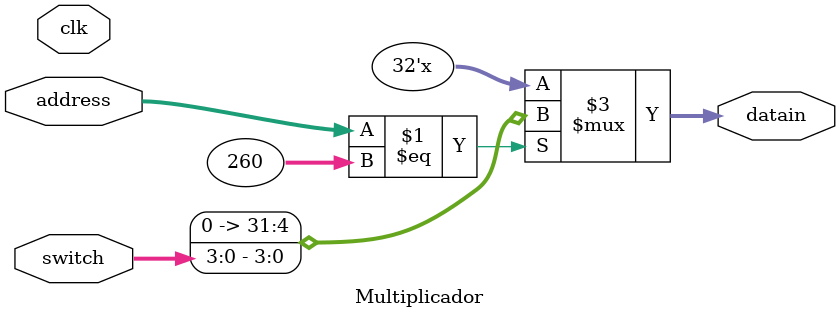
<source format=v>
`timescale 1ns / 1ps

module Multiplicador(
   input [3:0]switch,//switches 5:2
   input [31:0]address, 
   input clk,
   output [31:0] datain
       );
//reg clkdiv = 0;
//integer i = 0;
assign datain = (address == 32'h0104) ? switch : 32'bz;

//localparam st_Idle = 0;
//localparam st_Presionado = 1;

//reg [1:0] estado = st_Idle;
/*
 always @( posedge clk ) begin

   case (estado)

      st_Idle: begin
         if (address == 4'h0104) estado <= st_Presionado;
            datain<= switch;
            clkdiv <= 0;
         end

      st_Presionado: begin
           clkdiv <= 1;
           if ( i < 50_000_000 ) i = i + 1;
           else begin
              i = 0;
              datain = 4'b0;
              estado <= st_Idle;
             end
           end

      endcase
   end
  */  
   
endmodule

</source>
